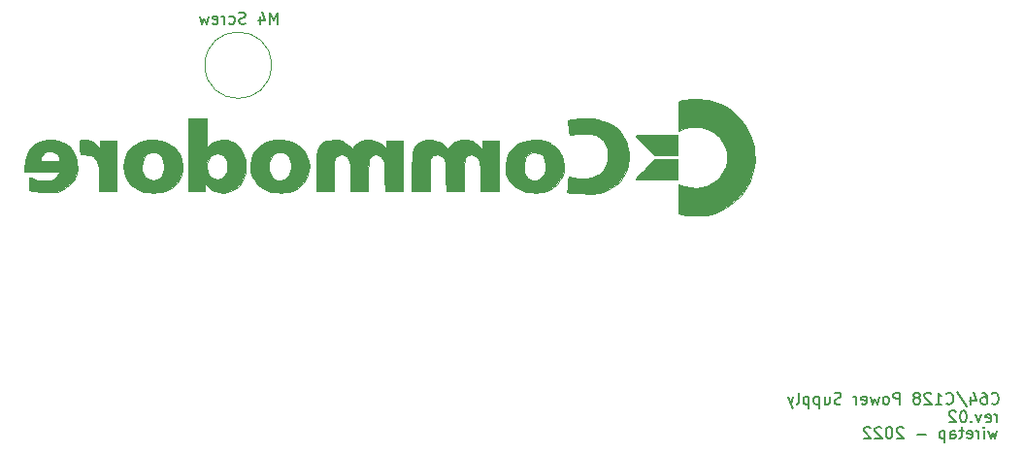
<source format=gbo>
G04 #@! TF.GenerationSoftware,KiCad,Pcbnew,(5.1.6)-1*
G04 #@! TF.CreationDate,2022-02-26T06:54:02-05:00*
G04 #@! TF.ProjectId,C64-PSU-NA,4336342d-5053-4552-9d4e-412e6b696361,rev?*
G04 #@! TF.SameCoordinates,Original*
G04 #@! TF.FileFunction,Legend,Bot*
G04 #@! TF.FilePolarity,Positive*
%FSLAX46Y46*%
G04 Gerber Fmt 4.6, Leading zero omitted, Abs format (unit mm)*
G04 Created by KiCad (PCBNEW (5.1.6)-1) date 2022-02-26 06:54:02*
%MOMM*%
%LPD*%
G01*
G04 APERTURE LIST*
%ADD10C,0.150000*%
%ADD11C,0.120000*%
%ADD12C,0.010000*%
%ADD13C,3.100000*%
%ADD14C,2.350000*%
%ADD15C,2.750000*%
%ADD16C,2.845000*%
%ADD17R,1.800000X1.800000*%
%ADD18O,1.800000X1.800000*%
%ADD19C,1.960000*%
%ADD20C,1.500000*%
%ADD21O,1.500000X1.500000*%
%ADD22C,2.650000*%
G04 APERTURE END LIST*
D10*
X125531142Y-92146380D02*
X125531142Y-91146380D01*
X125197809Y-91860666D01*
X124864476Y-91146380D01*
X124864476Y-92146380D01*
X123959714Y-91479714D02*
X123959714Y-92146380D01*
X124197809Y-91098761D02*
X124435904Y-91813047D01*
X123816857Y-91813047D01*
X122721619Y-92098761D02*
X122578761Y-92146380D01*
X122340666Y-92146380D01*
X122245428Y-92098761D01*
X122197809Y-92051142D01*
X122150190Y-91955904D01*
X122150190Y-91860666D01*
X122197809Y-91765428D01*
X122245428Y-91717809D01*
X122340666Y-91670190D01*
X122531142Y-91622571D01*
X122626380Y-91574952D01*
X122674000Y-91527333D01*
X122721619Y-91432095D01*
X122721619Y-91336857D01*
X122674000Y-91241619D01*
X122626380Y-91194000D01*
X122531142Y-91146380D01*
X122293047Y-91146380D01*
X122150190Y-91194000D01*
X121293047Y-92098761D02*
X121388285Y-92146380D01*
X121578761Y-92146380D01*
X121674000Y-92098761D01*
X121721619Y-92051142D01*
X121769238Y-91955904D01*
X121769238Y-91670190D01*
X121721619Y-91574952D01*
X121674000Y-91527333D01*
X121578761Y-91479714D01*
X121388285Y-91479714D01*
X121293047Y-91527333D01*
X120864476Y-92146380D02*
X120864476Y-91479714D01*
X120864476Y-91670190D02*
X120816857Y-91574952D01*
X120769238Y-91527333D01*
X120674000Y-91479714D01*
X120578761Y-91479714D01*
X119864476Y-92098761D02*
X119959714Y-92146380D01*
X120150190Y-92146380D01*
X120245428Y-92098761D01*
X120293047Y-92003523D01*
X120293047Y-91622571D01*
X120245428Y-91527333D01*
X120150190Y-91479714D01*
X119959714Y-91479714D01*
X119864476Y-91527333D01*
X119816857Y-91622571D01*
X119816857Y-91717809D01*
X120293047Y-91813047D01*
X119483523Y-91479714D02*
X119293047Y-92146380D01*
X119102571Y-91670190D01*
X118912095Y-92146380D01*
X118721619Y-91479714D01*
D11*
X124968001Y-95758000D02*
G75*
G03*
X124968001Y-95758000I-2896046J0D01*
G01*
D10*
X187795419Y-125248942D02*
X187843038Y-125296561D01*
X187985895Y-125344180D01*
X188081133Y-125344180D01*
X188223990Y-125296561D01*
X188319228Y-125201323D01*
X188366847Y-125106085D01*
X188414466Y-124915609D01*
X188414466Y-124772752D01*
X188366847Y-124582276D01*
X188319228Y-124487038D01*
X188223990Y-124391800D01*
X188081133Y-124344180D01*
X187985895Y-124344180D01*
X187843038Y-124391800D01*
X187795419Y-124439419D01*
X186938276Y-124344180D02*
X187128752Y-124344180D01*
X187223990Y-124391800D01*
X187271609Y-124439419D01*
X187366847Y-124582276D01*
X187414466Y-124772752D01*
X187414466Y-125153704D01*
X187366847Y-125248942D01*
X187319228Y-125296561D01*
X187223990Y-125344180D01*
X187033514Y-125344180D01*
X186938276Y-125296561D01*
X186890657Y-125248942D01*
X186843038Y-125153704D01*
X186843038Y-124915609D01*
X186890657Y-124820371D01*
X186938276Y-124772752D01*
X187033514Y-124725133D01*
X187223990Y-124725133D01*
X187319228Y-124772752D01*
X187366847Y-124820371D01*
X187414466Y-124915609D01*
X185985895Y-124677514D02*
X185985895Y-125344180D01*
X186223990Y-124296561D02*
X186462085Y-125010847D01*
X185843038Y-125010847D01*
X184747800Y-124296561D02*
X185604942Y-125582276D01*
X183843038Y-125248942D02*
X183890657Y-125296561D01*
X184033514Y-125344180D01*
X184128752Y-125344180D01*
X184271609Y-125296561D01*
X184366847Y-125201323D01*
X184414466Y-125106085D01*
X184462085Y-124915609D01*
X184462085Y-124772752D01*
X184414466Y-124582276D01*
X184366847Y-124487038D01*
X184271609Y-124391800D01*
X184128752Y-124344180D01*
X184033514Y-124344180D01*
X183890657Y-124391800D01*
X183843038Y-124439419D01*
X182890657Y-125344180D02*
X183462085Y-125344180D01*
X183176371Y-125344180D02*
X183176371Y-124344180D01*
X183271609Y-124487038D01*
X183366847Y-124582276D01*
X183462085Y-124629895D01*
X182509704Y-124439419D02*
X182462085Y-124391800D01*
X182366847Y-124344180D01*
X182128752Y-124344180D01*
X182033514Y-124391800D01*
X181985895Y-124439419D01*
X181938276Y-124534657D01*
X181938276Y-124629895D01*
X181985895Y-124772752D01*
X182557323Y-125344180D01*
X181938276Y-125344180D01*
X181366847Y-124772752D02*
X181462085Y-124725133D01*
X181509704Y-124677514D01*
X181557323Y-124582276D01*
X181557323Y-124534657D01*
X181509704Y-124439419D01*
X181462085Y-124391800D01*
X181366847Y-124344180D01*
X181176371Y-124344180D01*
X181081133Y-124391800D01*
X181033514Y-124439419D01*
X180985895Y-124534657D01*
X180985895Y-124582276D01*
X181033514Y-124677514D01*
X181081133Y-124725133D01*
X181176371Y-124772752D01*
X181366847Y-124772752D01*
X181462085Y-124820371D01*
X181509704Y-124867990D01*
X181557323Y-124963228D01*
X181557323Y-125153704D01*
X181509704Y-125248942D01*
X181462085Y-125296561D01*
X181366847Y-125344180D01*
X181176371Y-125344180D01*
X181081133Y-125296561D01*
X181033514Y-125248942D01*
X180985895Y-125153704D01*
X180985895Y-124963228D01*
X181033514Y-124867990D01*
X181081133Y-124820371D01*
X181176371Y-124772752D01*
X179795419Y-125344180D02*
X179795419Y-124344180D01*
X179414466Y-124344180D01*
X179319228Y-124391800D01*
X179271609Y-124439419D01*
X179223990Y-124534657D01*
X179223990Y-124677514D01*
X179271609Y-124772752D01*
X179319228Y-124820371D01*
X179414466Y-124867990D01*
X179795419Y-124867990D01*
X178652561Y-125344180D02*
X178747800Y-125296561D01*
X178795419Y-125248942D01*
X178843038Y-125153704D01*
X178843038Y-124867990D01*
X178795419Y-124772752D01*
X178747800Y-124725133D01*
X178652561Y-124677514D01*
X178509704Y-124677514D01*
X178414466Y-124725133D01*
X178366847Y-124772752D01*
X178319228Y-124867990D01*
X178319228Y-125153704D01*
X178366847Y-125248942D01*
X178414466Y-125296561D01*
X178509704Y-125344180D01*
X178652561Y-125344180D01*
X177985895Y-124677514D02*
X177795419Y-125344180D01*
X177604942Y-124867990D01*
X177414466Y-125344180D01*
X177223990Y-124677514D01*
X176462085Y-125296561D02*
X176557323Y-125344180D01*
X176747800Y-125344180D01*
X176843038Y-125296561D01*
X176890657Y-125201323D01*
X176890657Y-124820371D01*
X176843038Y-124725133D01*
X176747800Y-124677514D01*
X176557323Y-124677514D01*
X176462085Y-124725133D01*
X176414466Y-124820371D01*
X176414466Y-124915609D01*
X176890657Y-125010847D01*
X175985895Y-125344180D02*
X175985895Y-124677514D01*
X175985895Y-124867990D02*
X175938276Y-124772752D01*
X175890657Y-124725133D01*
X175795419Y-124677514D01*
X175700180Y-124677514D01*
X174652561Y-125296561D02*
X174509704Y-125344180D01*
X174271609Y-125344180D01*
X174176371Y-125296561D01*
X174128752Y-125248942D01*
X174081133Y-125153704D01*
X174081133Y-125058466D01*
X174128752Y-124963228D01*
X174176371Y-124915609D01*
X174271609Y-124867990D01*
X174462085Y-124820371D01*
X174557323Y-124772752D01*
X174604942Y-124725133D01*
X174652561Y-124629895D01*
X174652561Y-124534657D01*
X174604942Y-124439419D01*
X174557323Y-124391800D01*
X174462085Y-124344180D01*
X174223990Y-124344180D01*
X174081133Y-124391800D01*
X173223990Y-124677514D02*
X173223990Y-125344180D01*
X173652561Y-124677514D02*
X173652561Y-125201323D01*
X173604942Y-125296561D01*
X173509704Y-125344180D01*
X173366847Y-125344180D01*
X173271609Y-125296561D01*
X173223990Y-125248942D01*
X172747800Y-124677514D02*
X172747800Y-125677514D01*
X172747800Y-124725133D02*
X172652561Y-124677514D01*
X172462085Y-124677514D01*
X172366847Y-124725133D01*
X172319228Y-124772752D01*
X172271609Y-124867990D01*
X172271609Y-125153704D01*
X172319228Y-125248942D01*
X172366847Y-125296561D01*
X172462085Y-125344180D01*
X172652561Y-125344180D01*
X172747800Y-125296561D01*
X171843038Y-124677514D02*
X171843038Y-125677514D01*
X171843038Y-124725133D02*
X171747800Y-124677514D01*
X171557323Y-124677514D01*
X171462085Y-124725133D01*
X171414466Y-124772752D01*
X171366847Y-124867990D01*
X171366847Y-125153704D01*
X171414466Y-125248942D01*
X171462085Y-125296561D01*
X171557323Y-125344180D01*
X171747800Y-125344180D01*
X171843038Y-125296561D01*
X170795419Y-125344180D02*
X170890657Y-125296561D01*
X170938276Y-125201323D01*
X170938276Y-124344180D01*
X170509704Y-124677514D02*
X170271609Y-125344180D01*
X170033514Y-124677514D02*
X170271609Y-125344180D01*
X170366847Y-125582276D01*
X170414466Y-125629895D01*
X170509704Y-125677514D01*
X188278828Y-126918980D02*
X188278828Y-126252314D01*
X188278828Y-126442790D02*
X188231209Y-126347552D01*
X188183590Y-126299933D01*
X188088352Y-126252314D01*
X187993114Y-126252314D01*
X187278828Y-126871361D02*
X187374066Y-126918980D01*
X187564542Y-126918980D01*
X187659780Y-126871361D01*
X187707400Y-126776123D01*
X187707400Y-126395171D01*
X187659780Y-126299933D01*
X187564542Y-126252314D01*
X187374066Y-126252314D01*
X187278828Y-126299933D01*
X187231209Y-126395171D01*
X187231209Y-126490409D01*
X187707400Y-126585647D01*
X186897876Y-126252314D02*
X186659780Y-126918980D01*
X186421685Y-126252314D01*
X186040733Y-126823742D02*
X185993114Y-126871361D01*
X186040733Y-126918980D01*
X186088352Y-126871361D01*
X186040733Y-126823742D01*
X186040733Y-126918980D01*
X185374066Y-125918980D02*
X185278828Y-125918980D01*
X185183590Y-125966600D01*
X185135971Y-126014219D01*
X185088352Y-126109457D01*
X185040733Y-126299933D01*
X185040733Y-126538028D01*
X185088352Y-126728504D01*
X185135971Y-126823742D01*
X185183590Y-126871361D01*
X185278828Y-126918980D01*
X185374066Y-126918980D01*
X185469304Y-126871361D01*
X185516923Y-126823742D01*
X185564542Y-126728504D01*
X185612161Y-126538028D01*
X185612161Y-126299933D01*
X185564542Y-126109457D01*
X185516923Y-126014219D01*
X185469304Y-125966600D01*
X185374066Y-125918980D01*
X184659780Y-126014219D02*
X184612161Y-125966600D01*
X184516923Y-125918980D01*
X184278828Y-125918980D01*
X184183590Y-125966600D01*
X184135971Y-126014219D01*
X184088352Y-126109457D01*
X184088352Y-126204695D01*
X184135971Y-126347552D01*
X184707400Y-126918980D01*
X184088352Y-126918980D01*
X188281533Y-127674714D02*
X188091057Y-128341380D01*
X187900580Y-127865190D01*
X187710104Y-128341380D01*
X187519628Y-127674714D01*
X187138676Y-128341380D02*
X187138676Y-127674714D01*
X187138676Y-127341380D02*
X187186295Y-127389000D01*
X187138676Y-127436619D01*
X187091057Y-127389000D01*
X187138676Y-127341380D01*
X187138676Y-127436619D01*
X186662485Y-128341380D02*
X186662485Y-127674714D01*
X186662485Y-127865190D02*
X186614866Y-127769952D01*
X186567247Y-127722333D01*
X186472009Y-127674714D01*
X186376771Y-127674714D01*
X185662485Y-128293761D02*
X185757723Y-128341380D01*
X185948200Y-128341380D01*
X186043438Y-128293761D01*
X186091057Y-128198523D01*
X186091057Y-127817571D01*
X186043438Y-127722333D01*
X185948200Y-127674714D01*
X185757723Y-127674714D01*
X185662485Y-127722333D01*
X185614866Y-127817571D01*
X185614866Y-127912809D01*
X186091057Y-128008047D01*
X185329152Y-127674714D02*
X184948200Y-127674714D01*
X185186295Y-127341380D02*
X185186295Y-128198523D01*
X185138676Y-128293761D01*
X185043438Y-128341380D01*
X184948200Y-128341380D01*
X184186295Y-128341380D02*
X184186295Y-127817571D01*
X184233914Y-127722333D01*
X184329152Y-127674714D01*
X184519628Y-127674714D01*
X184614866Y-127722333D01*
X184186295Y-128293761D02*
X184281533Y-128341380D01*
X184519628Y-128341380D01*
X184614866Y-128293761D01*
X184662485Y-128198523D01*
X184662485Y-128103285D01*
X184614866Y-128008047D01*
X184519628Y-127960428D01*
X184281533Y-127960428D01*
X184186295Y-127912809D01*
X183710104Y-127674714D02*
X183710104Y-128674714D01*
X183710104Y-127722333D02*
X183614866Y-127674714D01*
X183424390Y-127674714D01*
X183329152Y-127722333D01*
X183281533Y-127769952D01*
X183233914Y-127865190D01*
X183233914Y-128150904D01*
X183281533Y-128246142D01*
X183329152Y-128293761D01*
X183424390Y-128341380D01*
X183614866Y-128341380D01*
X183710104Y-128293761D01*
X182043438Y-127960428D02*
X181281533Y-127960428D01*
X180091057Y-127436619D02*
X180043438Y-127389000D01*
X179948200Y-127341380D01*
X179710104Y-127341380D01*
X179614866Y-127389000D01*
X179567247Y-127436619D01*
X179519628Y-127531857D01*
X179519628Y-127627095D01*
X179567247Y-127769952D01*
X180138676Y-128341380D01*
X179519628Y-128341380D01*
X178900580Y-127341380D02*
X178805342Y-127341380D01*
X178710104Y-127389000D01*
X178662485Y-127436619D01*
X178614866Y-127531857D01*
X178567247Y-127722333D01*
X178567247Y-127960428D01*
X178614866Y-128150904D01*
X178662485Y-128246142D01*
X178710104Y-128293761D01*
X178805342Y-128341380D01*
X178900580Y-128341380D01*
X178995819Y-128293761D01*
X179043438Y-128246142D01*
X179091057Y-128150904D01*
X179138676Y-127960428D01*
X179138676Y-127722333D01*
X179091057Y-127531857D01*
X179043438Y-127436619D01*
X178995819Y-127389000D01*
X178900580Y-127341380D01*
X178186295Y-127436619D02*
X178138676Y-127389000D01*
X178043438Y-127341380D01*
X177805342Y-127341380D01*
X177710104Y-127389000D01*
X177662485Y-127436619D01*
X177614866Y-127531857D01*
X177614866Y-127627095D01*
X177662485Y-127769952D01*
X178233914Y-128341380D01*
X177614866Y-128341380D01*
X177233914Y-127436619D02*
X177186295Y-127389000D01*
X177091057Y-127341380D01*
X176852961Y-127341380D01*
X176757723Y-127389000D01*
X176710104Y-127436619D01*
X176662485Y-127531857D01*
X176662485Y-127627095D01*
X176710104Y-127769952D01*
X177281533Y-128341380D01*
X176662485Y-128341380D01*
D12*
G36*
X158057576Y-101854169D02*
G01*
X157663570Y-101854995D01*
X157352641Y-101856957D01*
X157115526Y-101860533D01*
X156942964Y-101866201D01*
X156825692Y-101874439D01*
X156754450Y-101885725D01*
X156719975Y-101900538D01*
X156713005Y-101919355D01*
X156724280Y-101942656D01*
X156727820Y-101947771D01*
X156781755Y-102011091D01*
X156895064Y-102135162D01*
X157056361Y-102307829D01*
X157254259Y-102516935D01*
X157477371Y-102750324D01*
X157560538Y-102836771D01*
X158326876Y-103632000D01*
X160426400Y-103632000D01*
X160426400Y-101854000D01*
X158543920Y-101854000D01*
X158057576Y-101854169D01*
G37*
X158057576Y-101854169D02*
X157663570Y-101854995D01*
X157352641Y-101856957D01*
X157115526Y-101860533D01*
X156942964Y-101866201D01*
X156825692Y-101874439D01*
X156754450Y-101885725D01*
X156719975Y-101900538D01*
X156713005Y-101919355D01*
X156724280Y-101942656D01*
X156727820Y-101947771D01*
X156781755Y-102011091D01*
X156895064Y-102135162D01*
X157056361Y-102307829D01*
X157254259Y-102516935D01*
X157477371Y-102750324D01*
X157560538Y-102836771D01*
X158326876Y-103632000D01*
X160426400Y-103632000D01*
X160426400Y-101854000D01*
X158543920Y-101854000D01*
X158057576Y-101854169D01*
G36*
X157562521Y-104782572D02*
G01*
X157332726Y-105021473D01*
X157124140Y-105240466D01*
X156948160Y-105427414D01*
X156816180Y-105570181D01*
X156739596Y-105656630D01*
X156727820Y-105671572D01*
X156714009Y-105695870D01*
X156716525Y-105715579D01*
X156744632Y-105731178D01*
X156807591Y-105743147D01*
X156914667Y-105751966D01*
X157075124Y-105758115D01*
X157298224Y-105762073D01*
X157593230Y-105764319D01*
X157969407Y-105765333D01*
X158436017Y-105765595D01*
X158543920Y-105765600D01*
X160426400Y-105765600D01*
X160426400Y-103987600D01*
X158330841Y-103987600D01*
X157562521Y-104782572D01*
G37*
X157562521Y-104782572D02*
X157332726Y-105021473D01*
X157124140Y-105240466D01*
X156948160Y-105427414D01*
X156816180Y-105570181D01*
X156739596Y-105656630D01*
X156727820Y-105671572D01*
X156714009Y-105695870D01*
X156716525Y-105715579D01*
X156744632Y-105731178D01*
X156807591Y-105743147D01*
X156914667Y-105751966D01*
X157075124Y-105758115D01*
X157298224Y-105762073D01*
X157593230Y-105764319D01*
X157969407Y-105765333D01*
X158436017Y-105765595D01*
X158543920Y-105765600D01*
X160426400Y-105765600D01*
X160426400Y-103987600D01*
X158330841Y-103987600D01*
X157562521Y-104782572D01*
G36*
X108436592Y-102279245D02*
G01*
X108367919Y-102291116D01*
X108214337Y-102321832D01*
X108236754Y-102735616D01*
X108250913Y-102963605D01*
X108267491Y-103181650D01*
X108283174Y-103346634D01*
X108284884Y-103361198D01*
X108310596Y-103572997D01*
X108701798Y-103566108D01*
X109030498Y-103584318D01*
X109289671Y-103657480D01*
X109500008Y-103793825D01*
X109633672Y-103936800D01*
X109726915Y-104074420D01*
X109799494Y-104232941D01*
X109853659Y-104426068D01*
X109891657Y-104667511D01*
X109915737Y-104970978D01*
X109928147Y-105350175D01*
X109931200Y-105750873D01*
X109931200Y-106781600D01*
X111455200Y-106781600D01*
X111455200Y-102359132D01*
X110058200Y-102387400D01*
X110032800Y-102739008D01*
X110018552Y-102920950D01*
X110004908Y-103014657D01*
X109985583Y-103033259D01*
X109954289Y-102989888D01*
X109932211Y-102949106D01*
X109802871Y-102771352D01*
X109615450Y-102591517D01*
X109403550Y-102436670D01*
X109200774Y-102333881D01*
X109148391Y-102317655D01*
X108790158Y-102264730D01*
X108436592Y-102279245D01*
G37*
X108436592Y-102279245D02*
X108367919Y-102291116D01*
X108214337Y-102321832D01*
X108236754Y-102735616D01*
X108250913Y-102963605D01*
X108267491Y-103181650D01*
X108283174Y-103346634D01*
X108284884Y-103361198D01*
X108310596Y-103572997D01*
X108701798Y-103566108D01*
X109030498Y-103584318D01*
X109289671Y-103657480D01*
X109500008Y-103793825D01*
X109633672Y-103936800D01*
X109726915Y-104074420D01*
X109799494Y-104232941D01*
X109853659Y-104426068D01*
X109891657Y-104667511D01*
X109915737Y-104970978D01*
X109928147Y-105350175D01*
X109931200Y-105750873D01*
X109931200Y-106781600D01*
X111455200Y-106781600D01*
X111455200Y-102359132D01*
X110058200Y-102387400D01*
X110032800Y-102739008D01*
X110018552Y-102920950D01*
X110004908Y-103014657D01*
X109985583Y-103033259D01*
X109954289Y-102989888D01*
X109932211Y-102949106D01*
X109802871Y-102771352D01*
X109615450Y-102591517D01*
X109403550Y-102436670D01*
X109200774Y-102333881D01*
X109148391Y-102317655D01*
X108790158Y-102264730D01*
X108436592Y-102279245D01*
G36*
X133198774Y-102291338D02*
G01*
X132891991Y-102341488D01*
X132715000Y-102402823D01*
X132413081Y-102581414D01*
X132186803Y-102799982D01*
X132097714Y-102937071D01*
X132022897Y-103080343D01*
X131820175Y-102850038D01*
X131610404Y-102659018D01*
X131345060Y-102487334D01*
X131278295Y-102452766D01*
X131112742Y-102375081D01*
X130976683Y-102326106D01*
X130836864Y-102299305D01*
X130660032Y-102288143D01*
X130430069Y-102286072D01*
X130028424Y-102309073D01*
X129705540Y-102383146D01*
X129448013Y-102516614D01*
X129242435Y-102717796D01*
X129075401Y-102995013D01*
X128998231Y-103174800D01*
X128973448Y-103250166D01*
X128953271Y-103342881D01*
X128937062Y-103464364D01*
X128924182Y-103626037D01*
X128913993Y-103839318D01*
X128905856Y-104115629D01*
X128899132Y-104466388D01*
X128893183Y-104903017D01*
X128891008Y-105092500D01*
X128872305Y-106781600D01*
X130394999Y-106781600D01*
X130413541Y-105422700D01*
X130419864Y-105007504D01*
X130426803Y-104681022D01*
X130435300Y-104430368D01*
X130446300Y-104242656D01*
X130460745Y-104105000D01*
X130479577Y-104004513D01*
X130503741Y-103928311D01*
X130526578Y-103878064D01*
X130664365Y-103690304D01*
X130848297Y-103589706D01*
X131068172Y-103567880D01*
X131312418Y-103615556D01*
X131509668Y-103742794D01*
X131672050Y-103958424D01*
X131713982Y-104038000D01*
X131756946Y-104127887D01*
X131790059Y-104210282D01*
X131814818Y-104299845D01*
X131832716Y-104411239D01*
X131845247Y-104559125D01*
X131853906Y-104758163D01*
X131860188Y-105023014D01*
X131865586Y-105368341D01*
X131868069Y-105549700D01*
X131884737Y-106781600D01*
X133392199Y-106781600D01*
X133410741Y-105422700D01*
X133417064Y-105007504D01*
X133424003Y-104681022D01*
X133432500Y-104430368D01*
X133443500Y-104242656D01*
X133457945Y-104105000D01*
X133476777Y-104004513D01*
X133500941Y-103928311D01*
X133523778Y-103878064D01*
X133661565Y-103690304D01*
X133845497Y-103589706D01*
X134065372Y-103567880D01*
X134309618Y-103615556D01*
X134506868Y-103742794D01*
X134669250Y-103958424D01*
X134711182Y-104038000D01*
X134754146Y-104127887D01*
X134787259Y-104210282D01*
X134812018Y-104299845D01*
X134829916Y-104411239D01*
X134842447Y-104559125D01*
X134851106Y-104758163D01*
X134857388Y-105023014D01*
X134862786Y-105368341D01*
X134865269Y-105549700D01*
X134881937Y-106781600D01*
X136398000Y-106781600D01*
X136398000Y-102362000D01*
X135026400Y-102362000D01*
X135026211Y-102781100D01*
X135026021Y-103200200D01*
X134930067Y-103042844D01*
X134710745Y-102768252D01*
X134427175Y-102539082D01*
X134168938Y-102405099D01*
X133872403Y-102323199D01*
X133537297Y-102285260D01*
X133198774Y-102291338D01*
G37*
X133198774Y-102291338D02*
X132891991Y-102341488D01*
X132715000Y-102402823D01*
X132413081Y-102581414D01*
X132186803Y-102799982D01*
X132097714Y-102937071D01*
X132022897Y-103080343D01*
X131820175Y-102850038D01*
X131610404Y-102659018D01*
X131345060Y-102487334D01*
X131278295Y-102452766D01*
X131112742Y-102375081D01*
X130976683Y-102326106D01*
X130836864Y-102299305D01*
X130660032Y-102288143D01*
X130430069Y-102286072D01*
X130028424Y-102309073D01*
X129705540Y-102383146D01*
X129448013Y-102516614D01*
X129242435Y-102717796D01*
X129075401Y-102995013D01*
X128998231Y-103174800D01*
X128973448Y-103250166D01*
X128953271Y-103342881D01*
X128937062Y-103464364D01*
X128924182Y-103626037D01*
X128913993Y-103839318D01*
X128905856Y-104115629D01*
X128899132Y-104466388D01*
X128893183Y-104903017D01*
X128891008Y-105092500D01*
X128872305Y-106781600D01*
X130394999Y-106781600D01*
X130413541Y-105422700D01*
X130419864Y-105007504D01*
X130426803Y-104681022D01*
X130435300Y-104430368D01*
X130446300Y-104242656D01*
X130460745Y-104105000D01*
X130479577Y-104004513D01*
X130503741Y-103928311D01*
X130526578Y-103878064D01*
X130664365Y-103690304D01*
X130848297Y-103589706D01*
X131068172Y-103567880D01*
X131312418Y-103615556D01*
X131509668Y-103742794D01*
X131672050Y-103958424D01*
X131713982Y-104038000D01*
X131756946Y-104127887D01*
X131790059Y-104210282D01*
X131814818Y-104299845D01*
X131832716Y-104411239D01*
X131845247Y-104559125D01*
X131853906Y-104758163D01*
X131860188Y-105023014D01*
X131865586Y-105368341D01*
X131868069Y-105549700D01*
X131884737Y-106781600D01*
X133392199Y-106781600D01*
X133410741Y-105422700D01*
X133417064Y-105007504D01*
X133424003Y-104681022D01*
X133432500Y-104430368D01*
X133443500Y-104242656D01*
X133457945Y-104105000D01*
X133476777Y-104004513D01*
X133500941Y-103928311D01*
X133523778Y-103878064D01*
X133661565Y-103690304D01*
X133845497Y-103589706D01*
X134065372Y-103567880D01*
X134309618Y-103615556D01*
X134506868Y-103742794D01*
X134669250Y-103958424D01*
X134711182Y-104038000D01*
X134754146Y-104127887D01*
X134787259Y-104210282D01*
X134812018Y-104299845D01*
X134829916Y-104411239D01*
X134842447Y-104559125D01*
X134851106Y-104758163D01*
X134857388Y-105023014D01*
X134862786Y-105368341D01*
X134865269Y-105549700D01*
X134881937Y-106781600D01*
X136398000Y-106781600D01*
X136398000Y-102362000D01*
X135026400Y-102362000D01*
X135026211Y-102781100D01*
X135026021Y-103200200D01*
X134930067Y-103042844D01*
X134710745Y-102768252D01*
X134427175Y-102539082D01*
X134168938Y-102405099D01*
X133872403Y-102323199D01*
X133537297Y-102285260D01*
X133198774Y-102291338D01*
G36*
X138542756Y-102277078D02*
G01*
X138183044Y-102345982D01*
X137874033Y-102477495D01*
X137630890Y-102666070D01*
X137531835Y-102790416D01*
X137457716Y-102910439D01*
X137397318Y-103029806D01*
X137349074Y-103160460D01*
X137311417Y-103314345D01*
X137282778Y-103503405D01*
X137261591Y-103739584D01*
X137246287Y-104034825D01*
X137235300Y-104401072D01*
X137227063Y-104850270D01*
X137223056Y-105143300D01*
X137202291Y-106781600D01*
X138785600Y-106781600D01*
X138785600Y-105433768D01*
X138786792Y-104984283D01*
X138791579Y-104624704D01*
X138801776Y-104343356D01*
X138819202Y-104128559D01*
X138845672Y-103968638D01*
X138883004Y-103851914D01*
X138933013Y-103766709D01*
X138997517Y-103701348D01*
X139062413Y-103654424D01*
X139204143Y-103595681D01*
X139374038Y-103567721D01*
X139393002Y-103567345D01*
X139651207Y-103613783D01*
X139867066Y-103752024D01*
X140038186Y-103980455D01*
X140055600Y-104013852D01*
X140095039Y-104095782D01*
X140125544Y-104174260D01*
X140148464Y-104263551D01*
X140165151Y-104377923D01*
X140176954Y-104531644D01*
X140185223Y-104738982D01*
X140191308Y-105014204D01*
X140196559Y-105371578D01*
X140198520Y-105524300D01*
X140214440Y-106781600D01*
X141782800Y-106781600D01*
X141782800Y-105433768D01*
X141783992Y-104984283D01*
X141788779Y-104624704D01*
X141798976Y-104343356D01*
X141816402Y-104128559D01*
X141842872Y-103968638D01*
X141880204Y-103851914D01*
X141930213Y-103766709D01*
X141994717Y-103701348D01*
X142059613Y-103654424D01*
X142201343Y-103595681D01*
X142371238Y-103567721D01*
X142390202Y-103567345D01*
X142648407Y-103613783D01*
X142864266Y-103752024D01*
X143035386Y-103980455D01*
X143052800Y-104013852D01*
X143092239Y-104095782D01*
X143122744Y-104174260D01*
X143145664Y-104263551D01*
X143162351Y-104377923D01*
X143174154Y-104531644D01*
X143182423Y-104738982D01*
X143188508Y-105014204D01*
X143193759Y-105371578D01*
X143195720Y-105524300D01*
X143211640Y-106781600D01*
X144780000Y-106781600D01*
X144780000Y-102362000D01*
X143357600Y-102362000D01*
X143357600Y-103133123D01*
X143156586Y-102878820D01*
X142961990Y-102675901D01*
X142719249Y-102511340D01*
X142611590Y-102455159D01*
X142438723Y-102374261D01*
X142297440Y-102324169D01*
X142152151Y-102297599D01*
X141967266Y-102287270D01*
X141783905Y-102285800D01*
X141542456Y-102289278D01*
X141368336Y-102303963D01*
X141227386Y-102336226D01*
X141085450Y-102392439D01*
X141003831Y-102431325D01*
X140742126Y-102594663D01*
X140543940Y-102804589D01*
X140535443Y-102816287D01*
X140363424Y-103055725D01*
X140069812Y-102772362D01*
X139796823Y-102547050D01*
X139511039Y-102396487D01*
X139181701Y-102307193D01*
X138938000Y-102276328D01*
X138542756Y-102277078D01*
G37*
X138542756Y-102277078D02*
X138183044Y-102345982D01*
X137874033Y-102477495D01*
X137630890Y-102666070D01*
X137531835Y-102790416D01*
X137457716Y-102910439D01*
X137397318Y-103029806D01*
X137349074Y-103160460D01*
X137311417Y-103314345D01*
X137282778Y-103503405D01*
X137261591Y-103739584D01*
X137246287Y-104034825D01*
X137235300Y-104401072D01*
X137227063Y-104850270D01*
X137223056Y-105143300D01*
X137202291Y-106781600D01*
X138785600Y-106781600D01*
X138785600Y-105433768D01*
X138786792Y-104984283D01*
X138791579Y-104624704D01*
X138801776Y-104343356D01*
X138819202Y-104128559D01*
X138845672Y-103968638D01*
X138883004Y-103851914D01*
X138933013Y-103766709D01*
X138997517Y-103701348D01*
X139062413Y-103654424D01*
X139204143Y-103595681D01*
X139374038Y-103567721D01*
X139393002Y-103567345D01*
X139651207Y-103613783D01*
X139867066Y-103752024D01*
X140038186Y-103980455D01*
X140055600Y-104013852D01*
X140095039Y-104095782D01*
X140125544Y-104174260D01*
X140148464Y-104263551D01*
X140165151Y-104377923D01*
X140176954Y-104531644D01*
X140185223Y-104738982D01*
X140191308Y-105014204D01*
X140196559Y-105371578D01*
X140198520Y-105524300D01*
X140214440Y-106781600D01*
X141782800Y-106781600D01*
X141782800Y-105433768D01*
X141783992Y-104984283D01*
X141788779Y-104624704D01*
X141798976Y-104343356D01*
X141816402Y-104128559D01*
X141842872Y-103968638D01*
X141880204Y-103851914D01*
X141930213Y-103766709D01*
X141994717Y-103701348D01*
X142059613Y-103654424D01*
X142201343Y-103595681D01*
X142371238Y-103567721D01*
X142390202Y-103567345D01*
X142648407Y-103613783D01*
X142864266Y-103752024D01*
X143035386Y-103980455D01*
X143052800Y-104013852D01*
X143092239Y-104095782D01*
X143122744Y-104174260D01*
X143145664Y-104263551D01*
X143162351Y-104377923D01*
X143174154Y-104531644D01*
X143182423Y-104738982D01*
X143188508Y-105014204D01*
X143193759Y-105371578D01*
X143195720Y-105524300D01*
X143211640Y-106781600D01*
X144780000Y-106781600D01*
X144780000Y-102362000D01*
X143357600Y-102362000D01*
X143357600Y-103133123D01*
X143156586Y-102878820D01*
X142961990Y-102675901D01*
X142719249Y-102511340D01*
X142611590Y-102455159D01*
X142438723Y-102374261D01*
X142297440Y-102324169D01*
X142152151Y-102297599D01*
X141967266Y-102287270D01*
X141783905Y-102285800D01*
X141542456Y-102289278D01*
X141368336Y-102303963D01*
X141227386Y-102336226D01*
X141085450Y-102392439D01*
X141003831Y-102431325D01*
X140742126Y-102594663D01*
X140543940Y-102804589D01*
X140535443Y-102816287D01*
X140363424Y-103055725D01*
X140069812Y-102772362D01*
X139796823Y-102547050D01*
X139511039Y-102396487D01*
X139181701Y-102307193D01*
X138938000Y-102276328D01*
X138542756Y-102277078D01*
G36*
X105003932Y-102354237D02*
G01*
X104591539Y-102495629D01*
X104263045Y-102697268D01*
X103980523Y-102980903D01*
X103749948Y-103335134D01*
X103577300Y-103748559D01*
X103468557Y-104209777D01*
X103429696Y-104707387D01*
X103429683Y-104711500D01*
X103428800Y-105054400D01*
X106483647Y-105054400D01*
X106449494Y-105168700D01*
X106327183Y-105431318D01*
X106131257Y-105629234D01*
X105994003Y-105712584D01*
X105870894Y-105770710D01*
X105754901Y-105808201D01*
X105618724Y-105829334D01*
X105435061Y-105838384D01*
X105182757Y-105839653D01*
X104899222Y-105834097D01*
X104685561Y-105817123D01*
X104510302Y-105784485D01*
X104341971Y-105731939D01*
X104317800Y-105722991D01*
X104143555Y-105658198D01*
X103998110Y-105605300D01*
X103924100Y-105579513D01*
X103884534Y-105575101D01*
X103858769Y-105603858D01*
X103843899Y-105682407D01*
X103837016Y-105827371D01*
X103835214Y-106055374D01*
X103835200Y-106087833D01*
X103835200Y-106625117D01*
X104178100Y-106735277D01*
X104407768Y-106788961D01*
X104707300Y-106830255D01*
X105048316Y-106858080D01*
X105402434Y-106871360D01*
X105741274Y-106869019D01*
X106036453Y-106849980D01*
X106255928Y-106814106D01*
X106689950Y-106660893D01*
X107084502Y-106437536D01*
X107423005Y-106156706D01*
X107688877Y-105831070D01*
X107799460Y-105634704D01*
X107958219Y-105193221D01*
X108030289Y-104730485D01*
X108017912Y-104263949D01*
X107967753Y-104023763D01*
X106476800Y-104023763D01*
X106476800Y-104140000D01*
X104851200Y-104140000D01*
X104851200Y-103985576D01*
X104888473Y-103785246D01*
X104985320Y-103582565D01*
X105119282Y-103417027D01*
X105212941Y-103349424D01*
X105419741Y-103284519D01*
X105666620Y-103266926D01*
X105908123Y-103296102D01*
X106079718Y-103359810D01*
X106216516Y-103478271D01*
X106343988Y-103654013D01*
X106438589Y-103847664D01*
X106476772Y-104019855D01*
X106476800Y-104023763D01*
X107967753Y-104023763D01*
X107923333Y-103811067D01*
X107748794Y-103389295D01*
X107496539Y-103016087D01*
X107457107Y-102970880D01*
X107151152Y-102703282D01*
X106780308Y-102497678D01*
X106362371Y-102357020D01*
X105915133Y-102284260D01*
X105456388Y-102282349D01*
X105003932Y-102354237D01*
G37*
X105003932Y-102354237D02*
X104591539Y-102495629D01*
X104263045Y-102697268D01*
X103980523Y-102980903D01*
X103749948Y-103335134D01*
X103577300Y-103748559D01*
X103468557Y-104209777D01*
X103429696Y-104707387D01*
X103429683Y-104711500D01*
X103428800Y-105054400D01*
X106483647Y-105054400D01*
X106449494Y-105168700D01*
X106327183Y-105431318D01*
X106131257Y-105629234D01*
X105994003Y-105712584D01*
X105870894Y-105770710D01*
X105754901Y-105808201D01*
X105618724Y-105829334D01*
X105435061Y-105838384D01*
X105182757Y-105839653D01*
X104899222Y-105834097D01*
X104685561Y-105817123D01*
X104510302Y-105784485D01*
X104341971Y-105731939D01*
X104317800Y-105722991D01*
X104143555Y-105658198D01*
X103998110Y-105605300D01*
X103924100Y-105579513D01*
X103884534Y-105575101D01*
X103858769Y-105603858D01*
X103843899Y-105682407D01*
X103837016Y-105827371D01*
X103835214Y-106055374D01*
X103835200Y-106087833D01*
X103835200Y-106625117D01*
X104178100Y-106735277D01*
X104407768Y-106788961D01*
X104707300Y-106830255D01*
X105048316Y-106858080D01*
X105402434Y-106871360D01*
X105741274Y-106869019D01*
X106036453Y-106849980D01*
X106255928Y-106814106D01*
X106689950Y-106660893D01*
X107084502Y-106437536D01*
X107423005Y-106156706D01*
X107688877Y-105831070D01*
X107799460Y-105634704D01*
X107958219Y-105193221D01*
X108030289Y-104730485D01*
X108017912Y-104263949D01*
X107967753Y-104023763D01*
X106476800Y-104023763D01*
X106476800Y-104140000D01*
X104851200Y-104140000D01*
X104851200Y-103985576D01*
X104888473Y-103785246D01*
X104985320Y-103582565D01*
X105119282Y-103417027D01*
X105212941Y-103349424D01*
X105419741Y-103284519D01*
X105666620Y-103266926D01*
X105908123Y-103296102D01*
X106079718Y-103359810D01*
X106216516Y-103478271D01*
X106343988Y-103654013D01*
X106438589Y-103847664D01*
X106476772Y-104019855D01*
X106476800Y-104023763D01*
X107967753Y-104023763D01*
X107923333Y-103811067D01*
X107748794Y-103389295D01*
X107496539Y-103016087D01*
X107457107Y-102970880D01*
X107151152Y-102703282D01*
X106780308Y-102497678D01*
X106362371Y-102357020D01*
X105915133Y-102284260D01*
X105456388Y-102282349D01*
X105003932Y-102354237D01*
G36*
X114336924Y-102282019D02*
G01*
X113839657Y-102364179D01*
X113387791Y-102520206D01*
X112989474Y-102744767D01*
X112652849Y-103032528D01*
X112386065Y-103378154D01*
X112197266Y-103776312D01*
X112115869Y-104083433D01*
X112067087Y-104591625D01*
X112112403Y-105068291D01*
X112247282Y-105506286D01*
X112467190Y-105898467D01*
X112767593Y-106237688D01*
X113143957Y-106516806D01*
X113591749Y-106728676D01*
X113845104Y-106808252D01*
X114072986Y-106848470D01*
X114366206Y-106871437D01*
X114689988Y-106877223D01*
X115009556Y-106865900D01*
X115290135Y-106837536D01*
X115454455Y-106805016D01*
X115932856Y-106630211D01*
X116340638Y-106385208D01*
X116673815Y-106075117D01*
X116928401Y-105705050D01*
X117100410Y-105280115D01*
X117185855Y-104805423D01*
X117194998Y-104573826D01*
X117184431Y-104461006D01*
X115605548Y-104461006D01*
X115600516Y-104804633D01*
X115536335Y-105128623D01*
X115414245Y-105405261D01*
X115359001Y-105484576D01*
X115164714Y-105654525D01*
X114914643Y-105761368D01*
X114635865Y-105800799D01*
X114355454Y-105768511D01*
X114132809Y-105679627D01*
X113982886Y-105545607D01*
X113836929Y-105320439D01*
X113817400Y-105282472D01*
X113737083Y-105108049D01*
X113691581Y-104958461D01*
X113672073Y-104791280D01*
X113669647Y-104571800D01*
X113707122Y-104177757D01*
X113808820Y-103859599D01*
X113973441Y-103618950D01*
X114199688Y-103457433D01*
X114486262Y-103376672D01*
X114632619Y-103367125D01*
X114931230Y-103399900D01*
X115168327Y-103509187D01*
X115356914Y-103702434D01*
X115433206Y-103825699D01*
X115550191Y-104125456D01*
X115605548Y-104461006D01*
X117184431Y-104461006D01*
X117149008Y-104082819D01*
X117016079Y-103640032D01*
X116801172Y-103250367D01*
X116509248Y-102918723D01*
X116145269Y-102650001D01*
X115714196Y-102449100D01*
X115220992Y-102320920D01*
X114871447Y-102279061D01*
X114336924Y-102282019D01*
G37*
X114336924Y-102282019D02*
X113839657Y-102364179D01*
X113387791Y-102520206D01*
X112989474Y-102744767D01*
X112652849Y-103032528D01*
X112386065Y-103378154D01*
X112197266Y-103776312D01*
X112115869Y-104083433D01*
X112067087Y-104591625D01*
X112112403Y-105068291D01*
X112247282Y-105506286D01*
X112467190Y-105898467D01*
X112767593Y-106237688D01*
X113143957Y-106516806D01*
X113591749Y-106728676D01*
X113845104Y-106808252D01*
X114072986Y-106848470D01*
X114366206Y-106871437D01*
X114689988Y-106877223D01*
X115009556Y-106865900D01*
X115290135Y-106837536D01*
X115454455Y-106805016D01*
X115932856Y-106630211D01*
X116340638Y-106385208D01*
X116673815Y-106075117D01*
X116928401Y-105705050D01*
X117100410Y-105280115D01*
X117185855Y-104805423D01*
X117194998Y-104573826D01*
X117184431Y-104461006D01*
X115605548Y-104461006D01*
X115600516Y-104804633D01*
X115536335Y-105128623D01*
X115414245Y-105405261D01*
X115359001Y-105484576D01*
X115164714Y-105654525D01*
X114914643Y-105761368D01*
X114635865Y-105800799D01*
X114355454Y-105768511D01*
X114132809Y-105679627D01*
X113982886Y-105545607D01*
X113836929Y-105320439D01*
X113817400Y-105282472D01*
X113737083Y-105108049D01*
X113691581Y-104958461D01*
X113672073Y-104791280D01*
X113669647Y-104571800D01*
X113707122Y-104177757D01*
X113808820Y-103859599D01*
X113973441Y-103618950D01*
X114199688Y-103457433D01*
X114486262Y-103376672D01*
X114632619Y-103367125D01*
X114931230Y-103399900D01*
X115168327Y-103509187D01*
X115356914Y-103702434D01*
X115433206Y-103825699D01*
X115550191Y-104125456D01*
X115605548Y-104461006D01*
X117184431Y-104461006D01*
X117149008Y-104082819D01*
X117016079Y-103640032D01*
X116801172Y-103250367D01*
X116509248Y-102918723D01*
X116145269Y-102650001D01*
X115714196Y-102449100D01*
X115220992Y-102320920D01*
X114871447Y-102279061D01*
X114336924Y-102282019D01*
G36*
X117754400Y-106781600D02*
G01*
X119176800Y-106781600D01*
X119177180Y-105994200D01*
X119272012Y-106149710D01*
X119438267Y-106355441D01*
X119669070Y-106553235D01*
X119929287Y-106715510D01*
X120076375Y-106781193D01*
X120381634Y-106856696D01*
X120732246Y-106882494D01*
X121084905Y-106858498D01*
X121396303Y-106784622D01*
X121398393Y-106783872D01*
X121775861Y-106595987D01*
X122097062Y-106328254D01*
X122357552Y-105988215D01*
X122552891Y-105583412D01*
X122678634Y-105121386D01*
X122730339Y-104609678D01*
X122731447Y-104521000D01*
X122723887Y-104427387D01*
X121143599Y-104427387D01*
X121138965Y-104712125D01*
X121067397Y-105045994D01*
X120934467Y-105321281D01*
X120750767Y-105529876D01*
X120526888Y-105663669D01*
X120273422Y-105714551D01*
X120000960Y-105674414D01*
X119920669Y-105644911D01*
X119693296Y-105498096D01*
X119517607Y-105281216D01*
X119397331Y-105013777D01*
X119336196Y-104715285D01*
X119337932Y-104405245D01*
X119406265Y-104103162D01*
X119544926Y-103828543D01*
X119567442Y-103797046D01*
X119770162Y-103600957D01*
X120023266Y-103492498D01*
X120250383Y-103467876D01*
X120530010Y-103513803D01*
X120767229Y-103644037D01*
X120953956Y-103847258D01*
X121082107Y-104112148D01*
X121143599Y-104427387D01*
X122723887Y-104427387D01*
X122691274Y-104023559D01*
X122575051Y-103574686D01*
X122389786Y-103180992D01*
X122142487Y-102849089D01*
X121840163Y-102585589D01*
X121489821Y-102397102D01*
X121098471Y-102290241D01*
X120673121Y-102271616D01*
X120386633Y-102308990D01*
X120031634Y-102406259D01*
X119744601Y-102550623D01*
X119508350Y-102745037D01*
X119329200Y-102924186D01*
X119329200Y-100431600D01*
X117754400Y-100431600D01*
X117754400Y-106781600D01*
G37*
X117754400Y-106781600D02*
X119176800Y-106781600D01*
X119177180Y-105994200D01*
X119272012Y-106149710D01*
X119438267Y-106355441D01*
X119669070Y-106553235D01*
X119929287Y-106715510D01*
X120076375Y-106781193D01*
X120381634Y-106856696D01*
X120732246Y-106882494D01*
X121084905Y-106858498D01*
X121396303Y-106784622D01*
X121398393Y-106783872D01*
X121775861Y-106595987D01*
X122097062Y-106328254D01*
X122357552Y-105988215D01*
X122552891Y-105583412D01*
X122678634Y-105121386D01*
X122730339Y-104609678D01*
X122731447Y-104521000D01*
X122723887Y-104427387D01*
X121143599Y-104427387D01*
X121138965Y-104712125D01*
X121067397Y-105045994D01*
X120934467Y-105321281D01*
X120750767Y-105529876D01*
X120526888Y-105663669D01*
X120273422Y-105714551D01*
X120000960Y-105674414D01*
X119920669Y-105644911D01*
X119693296Y-105498096D01*
X119517607Y-105281216D01*
X119397331Y-105013777D01*
X119336196Y-104715285D01*
X119337932Y-104405245D01*
X119406265Y-104103162D01*
X119544926Y-103828543D01*
X119567442Y-103797046D01*
X119770162Y-103600957D01*
X120023266Y-103492498D01*
X120250383Y-103467876D01*
X120530010Y-103513803D01*
X120767229Y-103644037D01*
X120953956Y-103847258D01*
X121082107Y-104112148D01*
X121143599Y-104427387D01*
X122723887Y-104427387D01*
X122691274Y-104023559D01*
X122575051Y-103574686D01*
X122389786Y-103180992D01*
X122142487Y-102849089D01*
X121840163Y-102585589D01*
X121489821Y-102397102D01*
X121098471Y-102290241D01*
X120673121Y-102271616D01*
X120386633Y-102308990D01*
X120031634Y-102406259D01*
X119744601Y-102550623D01*
X119508350Y-102745037D01*
X119329200Y-102924186D01*
X119329200Y-100431600D01*
X117754400Y-100431600D01*
X117754400Y-106781600D01*
G36*
X125294009Y-102288221D02*
G01*
X124812302Y-102384818D01*
X124375112Y-102555156D01*
X123990788Y-102794899D01*
X123667680Y-103099714D01*
X123414137Y-103465266D01*
X123238509Y-103887219D01*
X123217072Y-103963976D01*
X123138301Y-104451004D01*
X123155143Y-104919579D01*
X123262011Y-105360275D01*
X123453320Y-105763665D01*
X123723484Y-106120322D01*
X124066917Y-106420819D01*
X124478034Y-106655728D01*
X124899133Y-106802722D01*
X125155515Y-106847875D01*
X125472417Y-106872875D01*
X125814078Y-106877718D01*
X126144733Y-106862401D01*
X126428621Y-106826919D01*
X126537094Y-106802908D01*
X127006705Y-106629905D01*
X127410886Y-106384794D01*
X127744033Y-106074652D01*
X128000543Y-105706555D01*
X128174813Y-105287578D01*
X128261240Y-104824800D01*
X128265830Y-104714553D01*
X126678532Y-104714553D01*
X126633047Y-105025375D01*
X126530501Y-105308620D01*
X126467032Y-105418459D01*
X126273944Y-105623659D01*
X126026687Y-105755508D01*
X125746723Y-105808500D01*
X125455509Y-105777131D01*
X125293175Y-105719603D01*
X125055811Y-105558160D01*
X124883783Y-105320371D01*
X124778304Y-105008700D01*
X124740587Y-104625612D01*
X124740513Y-104597200D01*
X124775032Y-104198201D01*
X124876490Y-103874786D01*
X125045566Y-103625517D01*
X125282941Y-103448956D01*
X125283346Y-103448746D01*
X125472590Y-103391283D01*
X125711050Y-103373699D01*
X125954675Y-103395572D01*
X126159418Y-103456477D01*
X126160909Y-103457181D01*
X126353213Y-103601434D01*
X126504295Y-103819595D01*
X126610988Y-104091366D01*
X126670122Y-104396451D01*
X126678532Y-104714553D01*
X128265830Y-104714553D01*
X128270000Y-104614427D01*
X128224583Y-104114532D01*
X128091505Y-103662513D01*
X127875531Y-103264053D01*
X127581424Y-102924832D01*
X127213947Y-102650531D01*
X126777864Y-102446831D01*
X126357576Y-102333586D01*
X125811883Y-102269699D01*
X125294009Y-102288221D01*
G37*
X125294009Y-102288221D02*
X124812302Y-102384818D01*
X124375112Y-102555156D01*
X123990788Y-102794899D01*
X123667680Y-103099714D01*
X123414137Y-103465266D01*
X123238509Y-103887219D01*
X123217072Y-103963976D01*
X123138301Y-104451004D01*
X123155143Y-104919579D01*
X123262011Y-105360275D01*
X123453320Y-105763665D01*
X123723484Y-106120322D01*
X124066917Y-106420819D01*
X124478034Y-106655728D01*
X124899133Y-106802722D01*
X125155515Y-106847875D01*
X125472417Y-106872875D01*
X125814078Y-106877718D01*
X126144733Y-106862401D01*
X126428621Y-106826919D01*
X126537094Y-106802908D01*
X127006705Y-106629905D01*
X127410886Y-106384794D01*
X127744033Y-106074652D01*
X128000543Y-105706555D01*
X128174813Y-105287578D01*
X128261240Y-104824800D01*
X128265830Y-104714553D01*
X126678532Y-104714553D01*
X126633047Y-105025375D01*
X126530501Y-105308620D01*
X126467032Y-105418459D01*
X126273944Y-105623659D01*
X126026687Y-105755508D01*
X125746723Y-105808500D01*
X125455509Y-105777131D01*
X125293175Y-105719603D01*
X125055811Y-105558160D01*
X124883783Y-105320371D01*
X124778304Y-105008700D01*
X124740587Y-104625612D01*
X124740513Y-104597200D01*
X124775032Y-104198201D01*
X124876490Y-103874786D01*
X125045566Y-103625517D01*
X125282941Y-103448956D01*
X125283346Y-103448746D01*
X125472590Y-103391283D01*
X125711050Y-103373699D01*
X125954675Y-103395572D01*
X126159418Y-103456477D01*
X126160909Y-103457181D01*
X126353213Y-103601434D01*
X126504295Y-103819595D01*
X126610988Y-104091366D01*
X126670122Y-104396451D01*
X126678532Y-104714553D01*
X128265830Y-104714553D01*
X128270000Y-104614427D01*
X128224583Y-104114532D01*
X128091505Y-103662513D01*
X127875531Y-103264053D01*
X127581424Y-102924832D01*
X127213947Y-102650531D01*
X126777864Y-102446831D01*
X126357576Y-102333586D01*
X125811883Y-102269699D01*
X125294009Y-102288221D01*
G36*
X147364621Y-102316221D02*
G01*
X146910452Y-102432771D01*
X146493982Y-102614253D01*
X146129558Y-102857776D01*
X145831528Y-103160447D01*
X145754774Y-103265966D01*
X145575600Y-103609537D01*
X145450518Y-104010707D01*
X145384597Y-104438081D01*
X145382909Y-104860266D01*
X145440673Y-105210494D01*
X145605948Y-105642148D01*
X145854824Y-106020332D01*
X146181243Y-106339364D01*
X146579147Y-106593561D01*
X147042478Y-106777243D01*
X147140174Y-106804423D01*
X147386320Y-106847625D01*
X147695728Y-106871847D01*
X148031822Y-106876936D01*
X148358023Y-106862738D01*
X148637754Y-106829099D01*
X148724728Y-106811073D01*
X149186196Y-106651561D01*
X149586606Y-106417862D01*
X149921199Y-106120363D01*
X150185217Y-105769452D01*
X150373900Y-105375517D01*
X150482491Y-104948945D01*
X150496071Y-104692169D01*
X148885686Y-104692169D01*
X148866289Y-104946857D01*
X148831937Y-105133501D01*
X148775390Y-105285363D01*
X148743151Y-105347004D01*
X148556772Y-105583461D01*
X148316465Y-105739930D01*
X148037496Y-105810817D01*
X147735132Y-105790531D01*
X147619681Y-105758563D01*
X147364199Y-105622646D01*
X147171987Y-105407508D01*
X147043362Y-105113676D01*
X146978643Y-104741675D01*
X146975244Y-104692769D01*
X146985564Y-104296369D01*
X147065093Y-103963718D01*
X147210208Y-103699701D01*
X147417286Y-103509204D01*
X147682705Y-103397113D01*
X147958249Y-103367176D01*
X148265893Y-103411372D01*
X148513562Y-103536636D01*
X148699930Y-103741069D01*
X148823666Y-104022773D01*
X148883442Y-104379850D01*
X148885686Y-104692169D01*
X150496071Y-104692169D01*
X150506229Y-104500126D01*
X150440357Y-104039446D01*
X150280116Y-103577293D01*
X150242493Y-103498002D01*
X150011368Y-103128219D01*
X149714856Y-102829745D01*
X149341757Y-102591728D01*
X149271352Y-102557179D01*
X148809855Y-102385083D01*
X148328670Y-102289485D01*
X147842143Y-102267496D01*
X147364621Y-102316221D01*
G37*
X147364621Y-102316221D02*
X146910452Y-102432771D01*
X146493982Y-102614253D01*
X146129558Y-102857776D01*
X145831528Y-103160447D01*
X145754774Y-103265966D01*
X145575600Y-103609537D01*
X145450518Y-104010707D01*
X145384597Y-104438081D01*
X145382909Y-104860266D01*
X145440673Y-105210494D01*
X145605948Y-105642148D01*
X145854824Y-106020332D01*
X146181243Y-106339364D01*
X146579147Y-106593561D01*
X147042478Y-106777243D01*
X147140174Y-106804423D01*
X147386320Y-106847625D01*
X147695728Y-106871847D01*
X148031822Y-106876936D01*
X148358023Y-106862738D01*
X148637754Y-106829099D01*
X148724728Y-106811073D01*
X149186196Y-106651561D01*
X149586606Y-106417862D01*
X149921199Y-106120363D01*
X150185217Y-105769452D01*
X150373900Y-105375517D01*
X150482491Y-104948945D01*
X150496071Y-104692169D01*
X148885686Y-104692169D01*
X148866289Y-104946857D01*
X148831937Y-105133501D01*
X148775390Y-105285363D01*
X148743151Y-105347004D01*
X148556772Y-105583461D01*
X148316465Y-105739930D01*
X148037496Y-105810817D01*
X147735132Y-105790531D01*
X147619681Y-105758563D01*
X147364199Y-105622646D01*
X147171987Y-105407508D01*
X147043362Y-105113676D01*
X146978643Y-104741675D01*
X146975244Y-104692769D01*
X146985564Y-104296369D01*
X147065093Y-103963718D01*
X147210208Y-103699701D01*
X147417286Y-103509204D01*
X147682705Y-103397113D01*
X147958249Y-103367176D01*
X148265893Y-103411372D01*
X148513562Y-103536636D01*
X148699930Y-103741069D01*
X148823666Y-104022773D01*
X148883442Y-104379850D01*
X148885686Y-104692169D01*
X150496071Y-104692169D01*
X150506229Y-104500126D01*
X150440357Y-104039446D01*
X150280116Y-103577293D01*
X150242493Y-103498002D01*
X150011368Y-103128219D01*
X149714856Y-102829745D01*
X149341757Y-102591728D01*
X149271352Y-102557179D01*
X148809855Y-102385083D01*
X148328670Y-102289485D01*
X147842143Y-102267496D01*
X147364621Y-102316221D01*
G36*
X152090730Y-100387045D02*
G01*
X151896646Y-100403526D01*
X151669328Y-100427497D01*
X151431634Y-100456073D01*
X151206423Y-100486364D01*
X151016554Y-100515485D01*
X150884885Y-100540548D01*
X150835326Y-100556941D01*
X150834180Y-100610033D01*
X150842418Y-100740152D01*
X150857708Y-100923400D01*
X150877720Y-101135882D01*
X150900123Y-101353702D01*
X150922586Y-101552963D01*
X150942778Y-101709769D01*
X150955193Y-101785948D01*
X150973022Y-101847461D01*
X151011227Y-101871349D01*
X151095974Y-101860860D01*
X151244126Y-101821816D01*
X151519705Y-101765678D01*
X151851424Y-101728440D01*
X152201236Y-101711840D01*
X152531094Y-101717616D01*
X152802955Y-101747507D01*
X152816013Y-101749992D01*
X153258583Y-101878728D01*
X153626386Y-102076067D01*
X153918343Y-102340667D01*
X154133378Y-102671186D01*
X154270412Y-103066280D01*
X154328368Y-103524609D01*
X154330400Y-103636284D01*
X154288526Y-104113338D01*
X154164386Y-104534542D01*
X153960207Y-104896425D01*
X153678216Y-105195518D01*
X153320639Y-105428350D01*
X153125542Y-105514503D01*
X152825943Y-105596881D01*
X152462438Y-105645599D01*
X152067360Y-105659566D01*
X151673042Y-105637691D01*
X151311815Y-105578882D01*
X151300124Y-105576130D01*
X150886048Y-105477505D01*
X150856449Y-105786652D01*
X150835584Y-106008644D01*
X150811792Y-106267659D01*
X150794594Y-106458699D01*
X150762337Y-106821599D01*
X151009669Y-106880837D01*
X151131340Y-106898995D01*
X151330485Y-106916553D01*
X151586587Y-106932817D01*
X151879134Y-106947093D01*
X152187608Y-106958687D01*
X152491497Y-106966905D01*
X152770284Y-106971053D01*
X153003456Y-106970437D01*
X153170496Y-106964361D01*
X153238200Y-106956241D01*
X153344326Y-106933359D01*
X153506520Y-106899832D01*
X153619200Y-106877055D01*
X154103606Y-106734521D01*
X154568913Y-106511072D01*
X154997097Y-106219835D01*
X155370133Y-105873939D01*
X155669996Y-105486510D01*
X155772945Y-105308509D01*
X155951695Y-104876166D01*
X156074443Y-104389126D01*
X156135869Y-103880751D01*
X156130650Y-103384400D01*
X156109239Y-103200200D01*
X155977570Y-102627701D01*
X155764521Y-102111987D01*
X155472687Y-101656972D01*
X155104661Y-101266572D01*
X154663038Y-100944702D01*
X154584400Y-100899082D01*
X154261207Y-100750382D01*
X153863390Y-100619165D01*
X153417249Y-100511215D01*
X152949084Y-100432317D01*
X152485197Y-100388256D01*
X152228720Y-100380943D01*
X152090730Y-100387045D01*
G37*
X152090730Y-100387045D02*
X151896646Y-100403526D01*
X151669328Y-100427497D01*
X151431634Y-100456073D01*
X151206423Y-100486364D01*
X151016554Y-100515485D01*
X150884885Y-100540548D01*
X150835326Y-100556941D01*
X150834180Y-100610033D01*
X150842418Y-100740152D01*
X150857708Y-100923400D01*
X150877720Y-101135882D01*
X150900123Y-101353702D01*
X150922586Y-101552963D01*
X150942778Y-101709769D01*
X150955193Y-101785948D01*
X150973022Y-101847461D01*
X151011227Y-101871349D01*
X151095974Y-101860860D01*
X151244126Y-101821816D01*
X151519705Y-101765678D01*
X151851424Y-101728440D01*
X152201236Y-101711840D01*
X152531094Y-101717616D01*
X152802955Y-101747507D01*
X152816013Y-101749992D01*
X153258583Y-101878728D01*
X153626386Y-102076067D01*
X153918343Y-102340667D01*
X154133378Y-102671186D01*
X154270412Y-103066280D01*
X154328368Y-103524609D01*
X154330400Y-103636284D01*
X154288526Y-104113338D01*
X154164386Y-104534542D01*
X153960207Y-104896425D01*
X153678216Y-105195518D01*
X153320639Y-105428350D01*
X153125542Y-105514503D01*
X152825943Y-105596881D01*
X152462438Y-105645599D01*
X152067360Y-105659566D01*
X151673042Y-105637691D01*
X151311815Y-105578882D01*
X151300124Y-105576130D01*
X150886048Y-105477505D01*
X150856449Y-105786652D01*
X150835584Y-106008644D01*
X150811792Y-106267659D01*
X150794594Y-106458699D01*
X150762337Y-106821599D01*
X151009669Y-106880837D01*
X151131340Y-106898995D01*
X151330485Y-106916553D01*
X151586587Y-106932817D01*
X151879134Y-106947093D01*
X152187608Y-106958687D01*
X152491497Y-106966905D01*
X152770284Y-106971053D01*
X153003456Y-106970437D01*
X153170496Y-106964361D01*
X153238200Y-106956241D01*
X153344326Y-106933359D01*
X153506520Y-106899832D01*
X153619200Y-106877055D01*
X154103606Y-106734521D01*
X154568913Y-106511072D01*
X154997097Y-106219835D01*
X155370133Y-105873939D01*
X155669996Y-105486510D01*
X155772945Y-105308509D01*
X155951695Y-104876166D01*
X156074443Y-104389126D01*
X156135869Y-103880751D01*
X156130650Y-103384400D01*
X156109239Y-103200200D01*
X155977570Y-102627701D01*
X155764521Y-102111987D01*
X155472687Y-101656972D01*
X155104661Y-101266572D01*
X154663038Y-100944702D01*
X154584400Y-100899082D01*
X154261207Y-100750382D01*
X153863390Y-100619165D01*
X153417249Y-100511215D01*
X152949084Y-100432317D01*
X152485197Y-100388256D01*
X152228720Y-100380943D01*
X152090730Y-100387045D01*
G36*
X161509383Y-98738799D02*
G01*
X161153801Y-98769744D01*
X160867339Y-98818760D01*
X160845500Y-98824172D01*
X160477200Y-98918544D01*
X160477200Y-101500464D01*
X160669229Y-101402499D01*
X161060110Y-101250019D01*
X161502478Y-101155700D01*
X161962398Y-101122698D01*
X162405933Y-101154172D01*
X162684345Y-101215033D01*
X163186471Y-101410465D01*
X163631751Y-101681143D01*
X164011851Y-102019205D01*
X164318442Y-102416792D01*
X164543192Y-102866045D01*
X164596248Y-103018735D01*
X164678013Y-103400641D01*
X164704589Y-103819177D01*
X164676032Y-104233463D01*
X164594005Y-104597793D01*
X164389007Y-105067145D01*
X164109985Y-105476028D01*
X163767308Y-105820540D01*
X163371346Y-106096782D01*
X162932470Y-106300855D01*
X162461048Y-106428858D01*
X161967451Y-106476892D01*
X161462048Y-106441056D01*
X160955209Y-106317451D01*
X160514419Y-106132051D01*
X160504360Y-106175033D01*
X160496316Y-106306368D01*
X160490552Y-106512827D01*
X160487333Y-106781179D01*
X160486924Y-107098192D01*
X160489019Y-107399372D01*
X160502600Y-108686600D01*
X160858200Y-108778999D01*
X161146992Y-108834310D01*
X161502900Y-108872695D01*
X161892701Y-108893159D01*
X162283168Y-108894703D01*
X162641075Y-108876334D01*
X162914784Y-108840657D01*
X163602371Y-108660868D01*
X164253642Y-108393015D01*
X164859825Y-108044096D01*
X165412146Y-107621111D01*
X165901834Y-107131057D01*
X166320114Y-106580933D01*
X166658214Y-105977737D01*
X166743001Y-105786751D01*
X166938347Y-105211100D01*
X167067319Y-104591928D01*
X167127083Y-103957390D01*
X167114806Y-103335643D01*
X167041690Y-102819200D01*
X166848141Y-102114439D01*
X166572566Y-101468085D01*
X166212266Y-100875061D01*
X165764541Y-100330291D01*
X165661292Y-100223689D01*
X165105200Y-99731483D01*
X164508050Y-99331934D01*
X163868129Y-99024028D01*
X163336417Y-98846336D01*
X163058526Y-98790697D01*
X162708658Y-98751873D01*
X162315031Y-98730114D01*
X161905866Y-98725672D01*
X161509383Y-98738799D01*
G37*
X161509383Y-98738799D02*
X161153801Y-98769744D01*
X160867339Y-98818760D01*
X160845500Y-98824172D01*
X160477200Y-98918544D01*
X160477200Y-101500464D01*
X160669229Y-101402499D01*
X161060110Y-101250019D01*
X161502478Y-101155700D01*
X161962398Y-101122698D01*
X162405933Y-101154172D01*
X162684345Y-101215033D01*
X163186471Y-101410465D01*
X163631751Y-101681143D01*
X164011851Y-102019205D01*
X164318442Y-102416792D01*
X164543192Y-102866045D01*
X164596248Y-103018735D01*
X164678013Y-103400641D01*
X164704589Y-103819177D01*
X164676032Y-104233463D01*
X164594005Y-104597793D01*
X164389007Y-105067145D01*
X164109985Y-105476028D01*
X163767308Y-105820540D01*
X163371346Y-106096782D01*
X162932470Y-106300855D01*
X162461048Y-106428858D01*
X161967451Y-106476892D01*
X161462048Y-106441056D01*
X160955209Y-106317451D01*
X160514419Y-106132051D01*
X160504360Y-106175033D01*
X160496316Y-106306368D01*
X160490552Y-106512827D01*
X160487333Y-106781179D01*
X160486924Y-107098192D01*
X160489019Y-107399372D01*
X160502600Y-108686600D01*
X160858200Y-108778999D01*
X161146992Y-108834310D01*
X161502900Y-108872695D01*
X161892701Y-108893159D01*
X162283168Y-108894703D01*
X162641075Y-108876334D01*
X162914784Y-108840657D01*
X163602371Y-108660868D01*
X164253642Y-108393015D01*
X164859825Y-108044096D01*
X165412146Y-107621111D01*
X165901834Y-107131057D01*
X166320114Y-106580933D01*
X166658214Y-105977737D01*
X166743001Y-105786751D01*
X166938347Y-105211100D01*
X167067319Y-104591928D01*
X167127083Y-103957390D01*
X167114806Y-103335643D01*
X167041690Y-102819200D01*
X166848141Y-102114439D01*
X166572566Y-101468085D01*
X166212266Y-100875061D01*
X165764541Y-100330291D01*
X165661292Y-100223689D01*
X165105200Y-99731483D01*
X164508050Y-99331934D01*
X163868129Y-99024028D01*
X163336417Y-98846336D01*
X163058526Y-98790697D01*
X162708658Y-98751873D01*
X162315031Y-98730114D01*
X161905866Y-98725672D01*
X161509383Y-98738799D01*
%LPC*%
D13*
X96699400Y-121276800D03*
X101799400Y-121276800D03*
X142399400Y-121276800D03*
X147499400Y-121276800D03*
X144999400Y-70476800D03*
X139899400Y-70476800D03*
X104299400Y-70476800D03*
X99199400Y-70476800D03*
D14*
X85699600Y-107449000D03*
X85699600Y-92449000D03*
D15*
X85699600Y-99949000D03*
D16*
X83134200Y-117525800D03*
X88214200Y-117525800D03*
X88214200Y-82626200D03*
X83134200Y-82626200D03*
X185343800Y-80416400D03*
X190423800Y-80416400D03*
X190449200Y-73634600D03*
X185369200Y-73634600D03*
X185115200Y-117449600D03*
X190195200Y-117449600D03*
X190220600Y-110769400D03*
X185140600Y-110769400D03*
D17*
X189687200Y-92075000D03*
D18*
X189687200Y-89535000D03*
D19*
X163614400Y-118288200D03*
X155614400Y-118288200D03*
X176414400Y-73288200D03*
X155614400Y-73288200D03*
D20*
X185343800Y-94462600D03*
D21*
X185343800Y-86842600D03*
G36*
G01*
X105388800Y-64390603D02*
X105388800Y-66520997D01*
G75*
G02*
X105128997Y-66780800I-259803J0D01*
G01*
X102998603Y-66780800D01*
G75*
G02*
X102738800Y-66520997I0J259803D01*
G01*
X102738800Y-64390603D01*
G75*
G02*
X102998603Y-64130800I259803J0D01*
G01*
X105128997Y-64130800D01*
G75*
G02*
X105388800Y-64390603I0J-259803D01*
G01*
G37*
D22*
X99263800Y-65455800D03*
X87959600Y-74269600D03*
G36*
G01*
X81834600Y-75334797D02*
X81834600Y-73204403D01*
G75*
G02*
X82094403Y-72944600I259803J0D01*
G01*
X84224797Y-72944600D01*
G75*
G02*
X84484600Y-73204403I0J-259803D01*
G01*
X84484600Y-75334797D01*
G75*
G02*
X84224797Y-75594600I-259803J0D01*
G01*
X82094403Y-75594600D01*
G75*
G02*
X81834600Y-75334797I0J259803D01*
G01*
G37*
G36*
G01*
X126369200Y-64390603D02*
X126369200Y-66520997D01*
G75*
G02*
X126109397Y-66780800I-259803J0D01*
G01*
X123979003Y-66780800D01*
G75*
G02*
X123719200Y-66520997I0J259803D01*
G01*
X123719200Y-64390603D01*
G75*
G02*
X123979003Y-64130800I259803J0D01*
G01*
X126109397Y-64130800D01*
G75*
G02*
X126369200Y-64390603I0J-259803D01*
G01*
G37*
X120244200Y-65455800D03*
M02*

</source>
